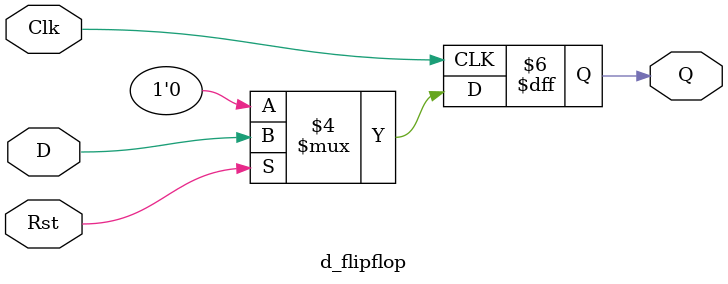
<source format=v>
module d_flipflop (
    output reg Q,
    input wire D,Clk,Rst
);
always @(posedge Clk) begin
    if (!Rst) begin
        Q=1'b0;
    end
    else
    begin
        Q=D;
    end
end
endmodule
</source>
